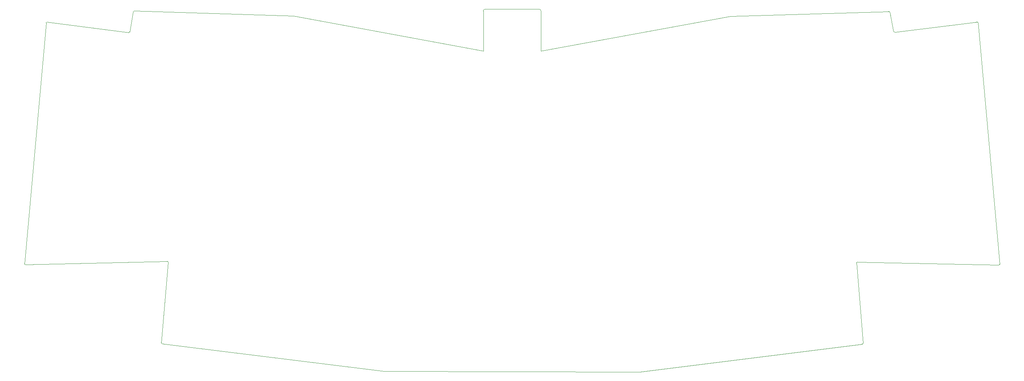
<source format=gbr>
%TF.GenerationSoftware,KiCad,Pcbnew,(6.0.4)*%
%TF.CreationDate,2022-05-08T12:30:26-05:00*%
%TF.ProjectId,LeChiffre-HE,4c654368-6966-4667-9265-2d48452e6b69,rev?*%
%TF.SameCoordinates,Original*%
%TF.FileFunction,Profile,NP*%
%FSLAX46Y46*%
G04 Gerber Fmt 4.6, Leading zero omitted, Abs format (unit mm)*
G04 Created by KiCad (PCBNEW (6.0.4)) date 2022-05-08 12:30:26*
%MOMM*%
%LPD*%
G01*
G04 APERTURE LIST*
%TA.AperFunction,Profile*%
%ADD10C,0.050000*%
%TD*%
G04 APERTURE END LIST*
D10*
X167930000Y-121730000D02*
X220047649Y-115230000D01*
X28946342Y-40000787D02*
X23886439Y-96386342D01*
X226230114Y-37314526D02*
X189170000Y-38450000D01*
X144790000Y-46610000D02*
X144785944Y-37184056D01*
X144790000Y-46610000D02*
X189170000Y-38450000D01*
X218950000Y-95990000D02*
X251996342Y-96733561D01*
X57310000Y-95850000D02*
X24107226Y-96631141D01*
X227392647Y-41968138D02*
X226510057Y-37534526D01*
X108190000Y-121630000D02*
X56130000Y-115140000D01*
X48269995Y-42270032D02*
G75*
G03*
X48541797Y-42060000I34505J236232D01*
G01*
X218949999Y-95990011D02*
G75*
G03*
X218720000Y-96233558I-12799J-218289D01*
G01*
X227392647Y-41968138D02*
G75*
G03*
X227672647Y-42178138I247953J38938D01*
G01*
X86940000Y-38350000D02*
X131320000Y-46600000D01*
X55906500Y-114866350D02*
G75*
G03*
X56130000Y-115140000I239300J-32650D01*
G01*
X55906439Y-114866342D02*
X57543558Y-96103658D01*
X220250000Y-115002771D02*
X218720000Y-96233558D01*
X144785944Y-37184056D02*
G75*
G03*
X144355944Y-36754056I-430044J-44D01*
G01*
X220047650Y-115230016D02*
G75*
G03*
X220250000Y-115002771I-8650J211416D01*
G01*
X29210000Y-39780000D02*
X48270000Y-42270000D01*
X226510084Y-37534522D02*
G75*
G03*
X226230114Y-37314526I-256184J-37878D01*
G01*
X131320000Y-46600000D02*
X131324056Y-37200000D01*
X57543561Y-96103658D02*
G75*
G03*
X57310000Y-95850000I-221661J30258D01*
G01*
X246907260Y-39777682D02*
X227672647Y-42178138D01*
X29210003Y-39779978D02*
G75*
G03*
X28946342Y-40000787I-31403J-230322D01*
G01*
X49626722Y-37210000D02*
X86940000Y-38350000D01*
X131754056Y-36769956D02*
G75*
G03*
X131324056Y-37200000I44J-430044D01*
G01*
X48541797Y-42060000D02*
X49343064Y-37440000D01*
X49626718Y-37210065D02*
G75*
G03*
X49343064Y-37440000I-17018J-268935D01*
G01*
X23886425Y-96386340D02*
G75*
G03*
X24107226Y-96631141I213775J-29160D01*
G01*
X251996340Y-96733575D02*
G75*
G03*
X252241141Y-96512774I29160J213775D01*
G01*
X167930000Y-121730000D02*
X108190000Y-121630000D01*
X247177260Y-39990000D02*
X252241141Y-96512774D01*
X247177277Y-39989999D02*
G75*
G03*
X246907260Y-39777682I-229177J-13601D01*
G01*
X131754056Y-36770000D02*
X144355944Y-36754056D01*
M02*

</source>
